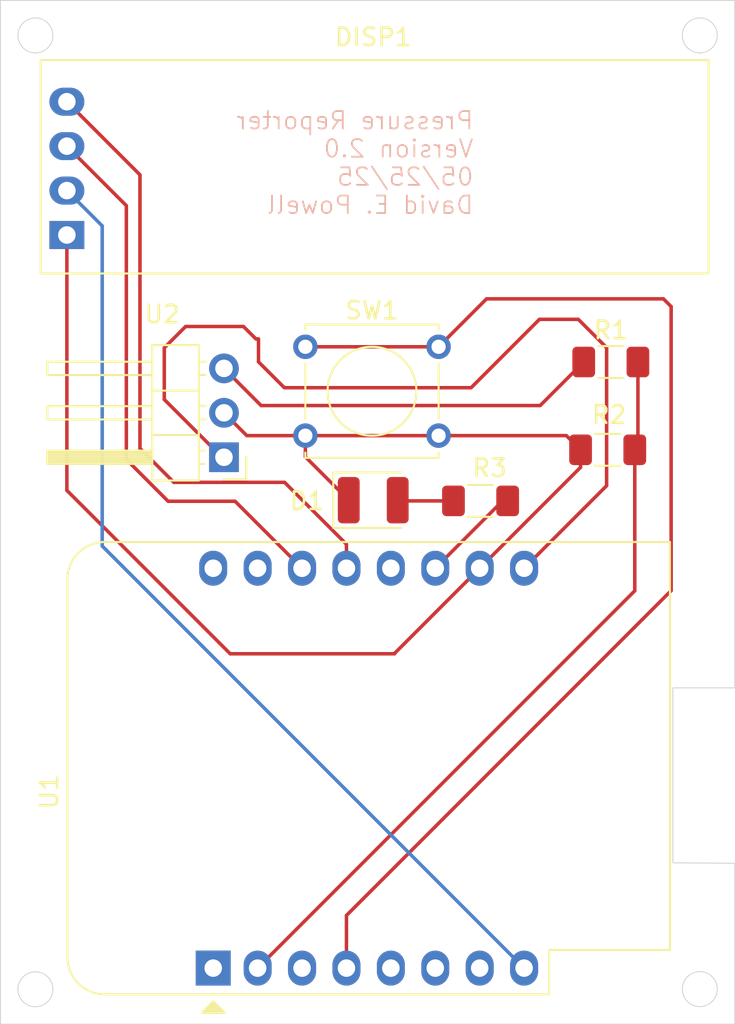
<source format=kicad_pcb>
(kicad_pcb (version 20240108) (generator "pcbnew") (generator_version "8.0")
  (layers (0 "F.Cu" signal) (31 "B.Cu" signal) (34 "B.Paste" user) (35 "F.Paste" user) (36 "B.SilkS" user "B.Silkscreen") (37 "F.SilkS" user "F.Silkscreen") (38 "B.Mask" user) (39 "F.Mask" user) (44 "Edge.Cuts" user))
  (net 0 "")
  (net 1 "Net-(DISP1-SCL)")
  (net 2 "Net-(DISP1-SDA)")
  (net 3 "Earth")
  (net 4 "Net-(DISP1-Vcc)")
  (net 5 "Net-(U2-Vout)")
  (net 6 "Net-(U1-A0)")
  (net 7 "Net-(U1-SCK{slash}D5)")
  (net 8 "Net-(U1-5V)")
  (net 17 "Net-(D1-A)")
  (net 18 "Net-(U1-D4)")
  (footprint "Button_Switch_THT:SW_Tactile_Straight_KSL0Axx1LFTR" (layer "F.Cu") (at 163.25 77.03)
    (property "Reference" "SW1" (at 3.81 -2.08 0) (layer "F.SilkS"))
    (property "Value" "Show" (hide yes))
    (fp_line (start 0 -1.27) (end 0 -0.97) (stroke (width 0.12)) (layer "F.SilkS"))
    (fp_line (start 0 -1.27) (end 7.62 -1.27) (stroke (width 0.12)) (layer "F.SilkS"))
    (fp_line (start 0 0.97) (end 0 4.11) (stroke (width 0.12)) (layer "F.SilkS"))
    (fp_line (start 0 6.05) (end 0 6.35) (stroke (width 0.12)) (layer "F.SilkS"))
    (fp_line (start 7.62 -1.27) (end 7.62 -0.97) (stroke (width 0.12)) (layer "F.SilkS"))
    (fp_line (start 7.62 0.97) (end 7.62 4.11) (stroke (width 0.12)) (layer "F.SilkS"))
    (fp_line (start 7.62 6.05) (end 7.62 6.35) (stroke (width 0.12)) (layer "F.SilkS"))
    (fp_line (start 7.62 6.35) (end 0 6.35) (stroke (width 0.12)) (layer "F.SilkS"))
    (fp_circle (center 3.81 2.54) (end 3.81 0) (stroke (width 0.12)) (fill none) (layer "F.SilkS"))
    (pad "1" thru_hole circle (at 0 0) (size 1.397 1.397) (drill 0.8128) (layers "*.Cu" "*.Mask" "In1.Cu" "In2.Cu" "In3.Cu" "In4.Cu" "In5.Cu" "In6.Cu" "In7.Cu" "In8.Cu" "In9.Cu" "In10.Cu" "In11.Cu" "In12.Cu" "In13.Cu" "In14.Cu" "In15.Cu" "In16.Cu" "In17.Cu" "In18.Cu" "In19.Cu" "In20.Cu" "In21.Cu" "In22.Cu" "In23.Cu" "In24.Cu" "In25.Cu" "In26.Cu" "In27.Cu" "In28.Cu" "In29.Cu" "In30.Cu") (net 7 "Net-(U1-SCK{slash}D5)"))
    (pad "1" thru_hole circle (at 7.62 0) (size 1.397 1.397) (drill 0.8128) (layers "*.Cu" "*.Mask" "In1.Cu" "In2.Cu" "In3.Cu" "In4.Cu" "In5.Cu" "In6.Cu" "In7.Cu" "In8.Cu" "In9.Cu" "In10.Cu" "In11.Cu" "In12.Cu" "In13.Cu" "In14.Cu" "In15.Cu" "In16.Cu" "In17.Cu" "In18.Cu" "In19.Cu" "In20.Cu" "In21.Cu" "In22.Cu" "In23.Cu" "In24.Cu" "In25.Cu" "In26.Cu" "In27.Cu" "In28.Cu" "In29.Cu" "In30.Cu") (net 7 "Net-(U1-SCK{slash}D5)"))
    (pad "2" thru_hole circle (at 0 5.08) (size 1.397 1.397) (drill 0.8128) (layers "*.Cu" "*.Mask" "In1.Cu" "In2.Cu" "In3.Cu" "In4.Cu" "In5.Cu" "In6.Cu" "In7.Cu" "In8.Cu" "In9.Cu" "In10.Cu" "In11.Cu" "In12.Cu" "In13.Cu" "In14.Cu" "In15.Cu" "In16.Cu" "In17.Cu" "In18.Cu" "In19.Cu" "In20.Cu" "In21.Cu" "In22.Cu" "In23.Cu" "In24.Cu" "In25.Cu" "In26.Cu" "In27.Cu" "In28.Cu" "In29.Cu" "In30.Cu") (net 3 "Earth"))
    (pad "2" thru_hole circle (at 7.62 5.08) (size 1.397 1.397) (drill 0.8128) (layers "*.Cu" "*.Mask" "In1.Cu" "In2.Cu" "In3.Cu" "In4.Cu" "In5.Cu" "In6.Cu" "In7.Cu" "In8.Cu" "In9.Cu" "In10.Cu" "In11.Cu" "In12.Cu" "In13.Cu" "In14.Cu" "In15.Cu" "In16.Cu" "In17.Cu" "In18.Cu" "In19.Cu" "In20.Cu" "In21.Cu" "In22.Cu" "In23.Cu" "In24.Cu" "In25.Cu" "In26.Cu" "In27.Cu" "In28.Cu" "In29.Cu" "In30.Cu") (net 3 "Earth"))
  )
  (footprint "Resistor_SMD:R_1206_3216Metric_Pad1.30x1.75mm_HandSolder" (layer "F.Cu") (at 173.27 85.84 180)
    (property "Reference" "R3" (at -0.52 1.88 0) (layer "F.SilkS"))
    (property "Value" "62" (hide yes))
    (fp_line (start -0.727064 0.91) (end 0.727064 0.91) (stroke (width 0.12)) (layer "F.SilkS"))
    (fp_line (start -0.727064 -0.91) (end 0.727064 -0.91) (stroke (width 0.12)) (layer "F.SilkS"))
    (pad "1" smd roundrect (at -1.55 0 180) (size 1.3 1.75) (layers "F.Cu" "F.Paste" "F.Mask") (roundrect_rratio 0.192308) (net 18 "Net-(U1-D4)"))
    (pad "2" smd roundrect (at 1.55 0 180) (size 1.3 1.75) (layers "F.Cu" "F.Paste" "F.Mask") (roundrect_rratio 0.192308) (net 17 "Net-(D1-A)"))
  )
  (footprint "LED_SMD:LED_1210_3225Metric" (layer "F.Cu") (at 167.13 85.8)
    (property "Reference" "D1" (at -3.79 0.04 0) (layer "F.SilkS"))
    (property "Value" "Green" (hide yes))
    (fp_line (start -2.285 -1.585) (end -2.285 1.585) (stroke (width 0.12)) (layer "F.SilkS"))
    (fp_line (start -2.285 1.585) (end 1.6 1.585) (stroke (width 0.12)) (layer "F.SilkS"))
    (fp_line (start 1.6 -1.585) (end -2.285 -1.585) (stroke (width 0.12)) (layer "F.SilkS"))
    (pad "1" smd roundrect (at -1.4 0) (size 1.25 2.65) (layers "F.Cu" "F.Paste" "F.Mask") (roundrect_rratio 0.2) (net 3 "Earth"))
    (pad "2" smd roundrect (at 1.4 0) (size 1.25 2.65) (layers "F.Cu" "F.Paste" "F.Mask") (roundrect_rratio 0.2) (net 17 "Net-(D1-A)"))
  )
  (footprint "Davids_Footprints:OLED_0.91_128x32" (layer "F.Cu") (at 149.5832 70.6302)
    (property "Reference" "DISP1" (at 17.5514 -11.303 0) (layer "F.SilkS"))
    (property "Value" "128x32_OLED_Display" (hide yes))
    (fp_rect (start -1.4732 2.2098) (end 36.7268 -9.9902) (stroke (width 0.12)) (fill none) (layer "F.SilkS"))
    (pad "1" thru_hole rect (at 0.0268 0.0098) (size 2 1.6) (drill 1) (layers "*.Cu" "*.Mask" "In1.Cu" "In2.Cu" "In3.Cu" "In4.Cu" "In5.Cu" "In6.Cu" "In7.Cu" "In8.Cu" "In9.Cu" "In10.Cu" "In11.Cu" "In12.Cu" "In13.Cu" "In14.Cu" "In15.Cu" "In16.Cu" "In17.Cu" "In18.Cu" "In19.Cu" "In20.Cu" "In21.Cu" "In22.Cu" "In23.Cu" "In24.Cu" "In25.Cu" "In26.Cu" "In27.Cu" "In28.Cu" "In29.Cu" "In30.Cu") (net 3 "Earth"))
    (pad "2" thru_hole oval (at 0.0268 -2.5302) (size 2 1.6) (drill 1) (layers "*.Cu" "*.Mask" "In1.Cu" "In2.Cu" "In3.Cu" "In4.Cu" "In5.Cu" "In6.Cu" "In7.Cu" "In8.Cu" "In9.Cu" "In10.Cu" "In11.Cu" "In12.Cu" "In13.Cu" "In14.Cu" "In15.Cu" "In16.Cu" "In17.Cu" "In18.Cu" "In19.Cu" "In20.Cu" "In21.Cu" "In22.Cu" "In23.Cu" "In24.Cu" "In25.Cu" "In26.Cu" "In27.Cu" "In28.Cu" "In29.Cu" "In30.Cu") (net 4 "Net-(DISP1-Vcc)"))
    (pad "3" thru_hole oval (at 0.0268 -5.0702) (size 2 1.6) (drill 1) (layers "*.Cu" "*.Mask" "In1.Cu" "In2.Cu" "In3.Cu" "In4.Cu" "In5.Cu" "In6.Cu" "In7.Cu" "In8.Cu" "In9.Cu" "In10.Cu" "In11.Cu" "In12.Cu" "In13.Cu" "In14.Cu" "In15.Cu" "In16.Cu" "In17.Cu" "In18.Cu" "In19.Cu" "In20.Cu" "In21.Cu" "In22.Cu" "In23.Cu" "In24.Cu" "In25.Cu" "In26.Cu" "In27.Cu" "In28.Cu" "In29.Cu" "In30.Cu") (net 1 "Net-(DISP1-SCL)"))
    (pad "4" thru_hole oval (at 0.0268 -7.6102) (size 2 1.6) (drill 1) (layers "*.Cu" "*.Mask" "In1.Cu" "In2.Cu" "In3.Cu" "In4.Cu" "In5.Cu" "In6.Cu" "In7.Cu" "In8.Cu" "In9.Cu" "In10.Cu" "In11.Cu" "In12.Cu" "In13.Cu" "In14.Cu" "In15.Cu" "In16.Cu" "In17.Cu" "In18.Cu" "In19.Cu" "In20.Cu" "In21.Cu" "In22.Cu" "In23.Cu" "In24.Cu" "In25.Cu" "In26.Cu" "In27.Cu" "In28.Cu" "In29.Cu" "In30.Cu") (net 2 "Net-(DISP1-SDA)"))
  )
  (footprint "Resistor_SMD:R_1206_3216Metric_Pad1.30x1.75mm_HandSolder" (layer "F.Cu") (at 180.72 77.9)
    (property "Reference" "R1" (at 0 -1.82 0) (layer "F.SilkS"))
    (property "Value" "5.1K" (hide yes))
    (fp_line (start -0.727064 -0.91) (end 0.727064 -0.91) (stroke (width 0.12)) (layer "F.SilkS"))
    (fp_line (start -0.727064 0.91) (end 0.727064 0.91) (stroke (width 0.12)) (layer "F.SilkS"))
    (pad "1" smd roundrect (at -1.55 0) (size 1.3 1.75) (layers "F.Cu" "F.Paste" "F.Mask") (roundrect_rratio 0.192308) (net 5 "Net-(U2-Vout)"))
    (pad "2" smd roundrect (at 1.55 0) (size 1.3 1.75) (layers "F.Cu" "F.Paste" "F.Mask") (roundrect_rratio 0.192308) (net 6 "Net-(U1-A0)"))
  )
  (footprint "Resistor_SMD:R_1206_3216Metric_Pad1.30x1.75mm_HandSolder" (layer "F.Cu") (at 180.54 82.92 180)
    (property "Reference" "R2" (at -0.08 2 0) (layer "F.SilkS"))
    (property "Value" "10K" (hide yes))
    (fp_line (start -0.727064 0.91) (end 0.727064 0.91) (stroke (width 0.12)) (layer "F.SilkS"))
    (fp_line (start -0.727064 -0.91) (end 0.727064 -0.91) (stroke (width 0.12)) (layer "F.SilkS"))
    (pad "1" smd roundrect (at -1.55 0 180) (size 1.3 1.75) (layers "F.Cu" "F.Paste" "F.Mask") (roundrect_rratio 0.192308) (net 6 "Net-(U1-A0)"))
    (pad "2" smd roundrect (at 1.55 0 180) (size 1.3 1.75) (layers "F.Cu" "F.Paste" "F.Mask") (roundrect_rratio 0.192308) (net 3 "Earth"))
  )
  (footprint "Connector_PinHeader_2.54mm:PinHeader_1x03_P2.54mm_Horizontal" (layer "F.Cu") (at 158.595 83.345 180)
    (property "Reference" "U2" (at 3.535 8.175 180) (layer "F.SilkS"))
    (property "Value" "Pressure Sensor")
    (fp_line (start 10.1 5.46) (end 4.1 5.46) (stroke (width 0.12)) (layer "F.SilkS"))
    (fp_line (start 10.1 4.7) (end 10.1 5.46) (stroke (width 0.12)) (layer "F.SilkS"))
    (fp_line (start 10.1 2.92) (end 4.1 2.92) (stroke (width 0.12)) (layer "F.SilkS"))
    (fp_line (start 10.1 2.16) (end 10.1 2.92) (stroke (width 0.12)) (layer "F.SilkS"))
    (fp_line (start 10.1 0.38) (end 4.1 0.38) (stroke (width 0.12)) (layer "F.SilkS"))
    (fp_line (start 10.1 -0.38) (end 10.1 0.38) (stroke (width 0.12)) (layer "F.SilkS"))
    (fp_line (start 4.1 6.41) (end 4.1 -1.33) (stroke (width 0.12)) (layer "F.SilkS"))
    (fp_line (start 4.1 4.7) (end 10.1 4.7) (stroke (width 0.12)) (layer "F.SilkS"))
    (fp_line (start 4.1 2.16) (end 10.1 2.16) (stroke (width 0.12)) (layer "F.SilkS"))
    (fp_line (start 4.1 0.28) (end 10.1 0.28) (stroke (width 0.12)) (layer "F.SilkS"))
    (fp_line (start 4.1 0.16) (end 10.1 0.16) (stroke (width 0.12)) (layer "F.SilkS"))
    (fp_line (start 4.1 0.04) (end 10.1 0.04) (stroke (width 0.12)) (layer "F.SilkS"))
    (fp_line (start 4.1 -0.08) (end 10.1 -0.08) (stroke (width 0.12)) (layer "F.SilkS"))
    (fp_line (start 4.1 -0.2) (end 10.1 -0.2) (stroke (width 0.12)) (layer "F.SilkS"))
    (fp_line (start 4.1 -0.32) (end 10.1 -0.32) (stroke (width 0.12)) (layer "F.SilkS"))
    (fp_line (start 4.1 -0.38) (end 10.1 -0.38) (stroke (width 0.12)) (layer "F.SilkS"))
    (fp_line (start 4.1 -1.33) (end 1.44 -1.33) (stroke (width 0.12)) (layer "F.SilkS"))
    (fp_line (start 1.44 6.41) (end 4.1 6.41) (stroke (width 0.12)) (layer "F.SilkS"))
    (fp_line (start 1.44 3.81) (end 4.1 3.81) (stroke (width 0.12)) (layer "F.SilkS"))
    (fp_line (start 1.44 1.27) (end 4.1 1.27) (stroke (width 0.12)) (layer "F.SilkS"))
    (fp_line (start 1.44 -1.33) (end 1.44 6.41) (stroke (width 0.12)) (layer "F.SilkS"))
    (fp_line (start 1.11 0.38) (end 1.44 0.38) (stroke (width 0.12)) (layer "F.SilkS"))
    (fp_line (start 1.11 -0.38) (end 1.44 -0.38) (stroke (width 0.12)) (layer "F.SilkS"))
    (fp_line (start 1.042929 5.46) (end 1.44 5.46) (stroke (width 0.12)) (layer "F.SilkS"))
    (fp_line (start 1.042929 4.7) (end 1.44 4.7) (stroke (width 0.12)) (layer "F.SilkS"))
    (fp_line (start 1.042929 2.92) (end 1.44 2.92) (stroke (width 0.12)) (layer "F.SilkS"))
    (fp_line (start 1.042929 2.16) (end 1.44 2.16) (stroke (width 0.12)) (layer "F.SilkS"))
    (fp_line (start -1.27 0) (end -1.27 -1.27) (stroke (width 0.12)) (layer "F.SilkS"))
    (fp_line (start -1.27 -1.27) (end 0 -1.27) (stroke (width 0.12)) (layer "F.SilkS"))
    (pad "1" thru_hole rect (at 0 0 180) (size 1.7 1.7) (drill 1) (layers "*.Cu" "*.Mask" "In1.Cu" "In2.Cu" "In3.Cu" "In4.Cu" "In5.Cu" "In6.Cu" "In7.Cu" "In8.Cu" "In9.Cu" "In10.Cu" "In11.Cu" "In12.Cu" "In13.Cu" "In14.Cu" "In15.Cu" "In16.Cu" "In17.Cu" "In18.Cu" "In19.Cu" "In20.Cu" "In21.Cu" "In22.Cu" "In23.Cu" "In24.Cu" "In25.Cu" "In26.Cu" "In27.Cu" "In28.Cu" "In29.Cu" "In30.Cu") (net 8 "Net-(U1-5V)"))
    (pad "2" thru_hole oval (at 0 2.54 180) (size 1.7 1.7) (drill 1) (layers "*.Cu" "*.Mask" "In1.Cu" "In2.Cu" "In3.Cu" "In4.Cu" "In5.Cu" "In6.Cu" "In7.Cu" "In8.Cu" "In9.Cu" "In10.Cu" "In11.Cu" "In12.Cu" "In13.Cu" "In14.Cu" "In15.Cu" "In16.Cu" "In17.Cu" "In18.Cu" "In19.Cu" "In20.Cu" "In21.Cu" "In22.Cu" "In23.Cu" "In24.Cu" "In25.Cu" "In26.Cu" "In27.Cu" "In28.Cu" "In29.Cu" "In30.Cu") (net 3 "Earth"))
    (pad "3" thru_hole oval (at 0 5.08 180) (size 1.7 1.7) (drill 1) (layers "*.Cu" "*.Mask" "In1.Cu" "In2.Cu" "In3.Cu" "In4.Cu" "In5.Cu" "In6.Cu" "In7.Cu" "In8.Cu" "In9.Cu" "In10.Cu" "In11.Cu" "In12.Cu" "In13.Cu" "In14.Cu" "In15.Cu" "In16.Cu" "In17.Cu" "In18.Cu" "In19.Cu" "In20.Cu" "In21.Cu" "In22.Cu" "In23.Cu" "In24.Cu" "In25.Cu" "In26.Cu" "In27.Cu" "In28.Cu" "In29.Cu" "In30.Cu") (net 5 "Net-(U2-Vout)"))
  )
  (footprint "Module:WEMOS_D1_mini_light" (layer "F.Cu") (at 157.98 112.55 90)
    (property "Reference" "U1" (at 10.08 -9.38 90) (layer "F.SilkS"))
    (property "Value" "WeMos_D1_mini")
    (fp_line (start 22.24 -8.34) (end 0.63 -8.34) (stroke (width 0.12)) (layer "F.SilkS"))
    (fp_line (start 1.04 19.22) (end 1.04 26.12) (stroke (width 0.12)) (layer "F.SilkS"))
    (fp_line (start -1.5 19.22) (end -1.5 -6.21) (stroke (width 0.12)) (layer "F.SilkS"))
    (fp_line (start -1.5 19.22) (end 1.04 19.22) (stroke (width 0.12)) (layer "F.SilkS"))
    (fp_line (start 24.36 26.12) (end 24.36 -6.21) (stroke (width 0.12)) (layer "F.SilkS"))
    (fp_line (start 1.04 26.12) (end 24.36 26.12) (stroke (width 0.12)) (layer "F.SilkS"))
    (fp_arc (start 22.23 -8.34) (mid 23.736137 -7.716137) (end 24.36 -6.21) (stroke (width 0.12)) (layer "F.SilkS"))
    (fp_arc (start -1.5 -6.21) (mid -0.876137 -7.716137) (end 0.63 -8.34) (stroke (width 0.12)) (layer "F.SilkS"))
    (fp_poly (pts (xy -2.54 -0.635) (xy -2.54 0.635) (xy -1.905 0)) (stroke (width 0.15)) (fill solid) (layer "F.SilkS"))
    (pad "1" thru_hole rect (at 0 0 90) (size 2 2) (drill 1) (layers "*.Cu" "*.Mask" "In1.Cu" "In2.Cu" "In3.Cu" "In4.Cu" "In5.Cu" "In6.Cu" "In7.Cu" "In8.Cu" "In9.Cu" "In10.Cu" "In11.Cu" "In12.Cu" "In13.Cu" "In14.Cu" "In15.Cu" "In16.Cu" "In17.Cu" "In18.Cu" "In19.Cu" "In20.Cu" "In21.Cu" "In22.Cu" "In23.Cu" "In24.Cu" "In25.Cu" "In26.Cu" "In27.Cu" "In28.Cu" "In29.Cu" "In30.Cu"))
    (pad "2" thru_hole oval (at 0 2.54 90) (size 2 1.6) (drill 1) (layers "*.Cu" "*.Mask" "In1.Cu" "In2.Cu" "In3.Cu" "In4.Cu" "In5.Cu" "In6.Cu" "In7.Cu" "In8.Cu" "In9.Cu" "In10.Cu" "In11.Cu" "In12.Cu" "In13.Cu" "In14.Cu" "In15.Cu" "In16.Cu" "In17.Cu" "In18.Cu" "In19.Cu" "In20.Cu" "In21.Cu" "In22.Cu" "In23.Cu" "In24.Cu" "In25.Cu" "In26.Cu" "In27.Cu" "In28.Cu" "In29.Cu" "In30.Cu") (net 6 "Net-(U1-A0)"))
    (pad "3" thru_hole oval (at 0 5.08 90) (size 2 1.6) (drill 1) (layers "*.Cu" "*.Mask" "In1.Cu" "In2.Cu" "In3.Cu" "In4.Cu" "In5.Cu" "In6.Cu" "In7.Cu" "In8.Cu" "In9.Cu" "In10.Cu" "In11.Cu" "In12.Cu" "In13.Cu" "In14.Cu" "In15.Cu" "In16.Cu" "In17.Cu" "In18.Cu" "In19.Cu" "In20.Cu" "In21.Cu" "In22.Cu" "In23.Cu" "In24.Cu" "In25.Cu" "In26.Cu" "In27.Cu" "In28.Cu" "In29.Cu" "In30.Cu"))
    (pad "4" thru_hole oval (at 0 7.62 90) (size 2 1.6) (drill 1) (layers "*.Cu" "*.Mask" "In1.Cu" "In2.Cu" "In3.Cu" "In4.Cu" "In5.Cu" "In6.Cu" "In7.Cu" "In8.Cu" "In9.Cu" "In10.Cu" "In11.Cu" "In12.Cu" "In13.Cu" "In14.Cu" "In15.Cu" "In16.Cu" "In17.Cu" "In18.Cu" "In19.Cu" "In20.Cu" "In21.Cu" "In22.Cu" "In23.Cu" "In24.Cu" "In25.Cu" "In26.Cu" "In27.Cu" "In28.Cu" "In29.Cu" "In30.Cu") (net 7 "Net-(U1-SCK{slash}D5)"))
    (pad "5" thru_hole oval (at 0 10.16 90) (size 2 1.6) (drill 1) (layers "*.Cu" "*.Mask" "In1.Cu" "In2.Cu" "In3.Cu" "In4.Cu" "In5.Cu" "In6.Cu" "In7.Cu" "In8.Cu" "In9.Cu" "In10.Cu" "In11.Cu" "In12.Cu" "In13.Cu" "In14.Cu" "In15.Cu" "In16.Cu" "In17.Cu" "In18.Cu" "In19.Cu" "In20.Cu" "In21.Cu" "In22.Cu" "In23.Cu" "In24.Cu" "In25.Cu" "In26.Cu" "In27.Cu" "In28.Cu" "In29.Cu" "In30.Cu"))
    (pad "6" thru_hole oval (at 0 12.7 90) (size 2 1.6) (drill 1) (layers "*.Cu" "*.Mask" "In1.Cu" "In2.Cu" "In3.Cu" "In4.Cu" "In5.Cu" "In6.Cu" "In7.Cu" "In8.Cu" "In9.Cu" "In10.Cu" "In11.Cu" "In12.Cu" "In13.Cu" "In14.Cu" "In15.Cu" "In16.Cu" "In17.Cu" "In18.Cu" "In19.Cu" "In20.Cu" "In21.Cu" "In22.Cu" "In23.Cu" "In24.Cu" "In25.Cu" "In26.Cu" "In27.Cu" "In28.Cu" "In29.Cu" "In30.Cu"))
    (pad "7" thru_hole oval (at 0 15.24 90) (size 2 1.6) (drill 1) (layers "*.Cu" "*.Mask" "In1.Cu" "In2.Cu" "In3.Cu" "In4.Cu" "In5.Cu" "In6.Cu" "In7.Cu" "In8.Cu" "In9.Cu" "In10.Cu" "In11.Cu" "In12.Cu" "In13.Cu" "In14.Cu" "In15.Cu" "In16.Cu" "In17.Cu" "In18.Cu" "In19.Cu" "In20.Cu" "In21.Cu" "In22.Cu" "In23.Cu" "In24.Cu" "In25.Cu" "In26.Cu" "In27.Cu" "In28.Cu" "In29.Cu" "In30.Cu"))
    (pad "8" thru_hole oval (at 0 17.78 90) (size 2 1.6) (drill 1) (layers "*.Cu" "*.Mask" "In1.Cu" "In2.Cu" "In3.Cu" "In4.Cu" "In5.Cu" "In6.Cu" "In7.Cu" "In8.Cu" "In9.Cu" "In10.Cu" "In11.Cu" "In12.Cu" "In13.Cu" "In14.Cu" "In15.Cu" "In16.Cu" "In17.Cu" "In18.Cu" "In19.Cu" "In20.Cu" "In21.Cu" "In22.Cu" "In23.Cu" "In24.Cu" "In25.Cu" "In26.Cu" "In27.Cu" "In28.Cu" "In29.Cu" "In30.Cu") (net 4 "Net-(DISP1-Vcc)"))
    (pad "9" thru_hole oval (at 22.86 17.78 90) (size 2 1.6) (drill 1) (layers "*.Cu" "*.Mask" "In1.Cu" "In2.Cu" "In3.Cu" "In4.Cu" "In5.Cu" "In6.Cu" "In7.Cu" "In8.Cu" "In9.Cu" "In10.Cu" "In11.Cu" "In12.Cu" "In13.Cu" "In14.Cu" "In15.Cu" "In16.Cu" "In17.Cu" "In18.Cu" "In19.Cu" "In20.Cu" "In21.Cu" "In22.Cu" "In23.Cu" "In24.Cu" "In25.Cu" "In26.Cu" "In27.Cu" "In28.Cu" "In29.Cu" "In30.Cu") (net 8 "Net-(U1-5V)"))
    (pad "10" thru_hole oval (at 22.86 15.24 90) (size 2 1.6) (drill 1) (layers "*.Cu" "*.Mask" "In1.Cu" "In2.Cu" "In3.Cu" "In4.Cu" "In5.Cu" "In6.Cu" "In7.Cu" "In8.Cu" "In9.Cu" "In10.Cu" "In11.Cu" "In12.Cu" "In13.Cu" "In14.Cu" "In15.Cu" "In16.Cu" "In17.Cu" "In18.Cu" "In19.Cu" "In20.Cu" "In21.Cu" "In22.Cu" "In23.Cu" "In24.Cu" "In25.Cu" "In26.Cu" "In27.Cu" "In28.Cu" "In29.Cu" "In30.Cu") (net 3 "Earth"))
    (pad "11" thru_hole oval (at 22.86 12.7 90) (size 2 1.6) (drill 1) (layers "*.Cu" "*.Mask" "In1.Cu" "In2.Cu" "In3.Cu" "In4.Cu" "In5.Cu" "In6.Cu" "In7.Cu" "In8.Cu" "In9.Cu" "In10.Cu" "In11.Cu" "In12.Cu" "In13.Cu" "In14.Cu" "In15.Cu" "In16.Cu" "In17.Cu" "In18.Cu" "In19.Cu" "In20.Cu" "In21.Cu" "In22.Cu" "In23.Cu" "In24.Cu" "In25.Cu" "In26.Cu" "In27.Cu" "In28.Cu" "In29.Cu" "In30.Cu") (net 18 "Net-(U1-D4)"))
    (pad "12" thru_hole oval (at 22.86 10.16 90) (size 2 1.6) (drill 1) (layers "*.Cu" "*.Mask" "In1.Cu" "In2.Cu" "In3.Cu" "In4.Cu" "In5.Cu" "In6.Cu" "In7.Cu" "In8.Cu" "In9.Cu" "In10.Cu" "In11.Cu" "In12.Cu" "In13.Cu" "In14.Cu" "In15.Cu" "In16.Cu" "In17.Cu" "In18.Cu" "In19.Cu" "In20.Cu" "In21.Cu" "In22.Cu" "In23.Cu" "In24.Cu" "In25.Cu" "In26.Cu" "In27.Cu" "In28.Cu" "In29.Cu" "In30.Cu"))
    (pad "13" thru_hole oval (at 22.86 7.62 90) (size 2 1.6) (drill 1) (layers "*.Cu" "*.Mask" "In1.Cu" "In2.Cu" "In3.Cu" "In4.Cu" "In5.Cu" "In6.Cu" "In7.Cu" "In8.Cu" "In9.Cu" "In10.Cu" "In11.Cu" "In12.Cu" "In13.Cu" "In14.Cu" "In15.Cu" "In16.Cu" "In17.Cu" "In18.Cu" "In19.Cu" "In20.Cu" "In21.Cu" "In22.Cu" "In23.Cu" "In24.Cu" "In25.Cu" "In26.Cu" "In27.Cu" "In28.Cu" "In29.Cu" "In30.Cu") (net 2 "Net-(DISP1-SDA)"))
    (pad "14" thru_hole oval (at 22.86 5.08 90) (size 2 1.6) (drill 1) (layers "*.Cu" "*.Mask" "In1.Cu" "In2.Cu" "In3.Cu" "In4.Cu" "In5.Cu" "In6.Cu" "In7.Cu" "In8.Cu" "In9.Cu" "In10.Cu" "In11.Cu" "In12.Cu" "In13.Cu" "In14.Cu" "In15.Cu" "In16.Cu" "In17.Cu" "In18.Cu" "In19.Cu" "In20.Cu" "In21.Cu" "In22.Cu" "In23.Cu" "In24.Cu" "In25.Cu" "In26.Cu" "In27.Cu" "In28.Cu" "In29.Cu" "In30.Cu") (net 1 "Net-(DISP1-SCL)"))
    (pad "15" thru_hole oval (at 22.86 2.54 90) (size 2 1.6) (drill 1) (layers "*.Cu" "*.Mask" "In1.Cu" "In2.Cu" "In3.Cu" "In4.Cu" "In5.Cu" "In6.Cu" "In7.Cu" "In8.Cu" "In9.Cu" "In10.Cu" "In11.Cu" "In12.Cu" "In13.Cu" "In14.Cu" "In15.Cu" "In16.Cu" "In17.Cu" "In18.Cu" "In19.Cu" "In20.Cu" "In21.Cu" "In22.Cu" "In23.Cu" "In24.Cu" "In25.Cu" "In26.Cu" "In27.Cu" "In28.Cu" "In29.Cu" "In30.Cu"))
    (pad "16" thru_hole oval (at 22.86 0 90) (size 2 1.6) (drill 1) (layers "*.Cu" "*.Mask" "In1.Cu" "In2.Cu" "In3.Cu" "In4.Cu" "In5.Cu" "In6.Cu" "In7.Cu" "In8.Cu" "In9.Cu" "In10.Cu" "In11.Cu" "In12.Cu" "In13.Cu" "In14.Cu" "In15.Cu" "In16.Cu" "In17.Cu" "In18.Cu" "In19.Cu" "In20.Cu" "In21.Cu" "In22.Cu" "In23.Cu" "In24.Cu" "In25.Cu" "In26.Cu" "In27.Cu" "In28.Cu" "In29.Cu" "In30.Cu"))
  )
  (gr_line (start 184.27 106.53) (end 187.81 106.555) (stroke (width 0.05)) (layer "Edge.Cuts"))
  (gr_line (start 187.81 96.53) (end 184.27 96.53) (stroke (width 0.05)) (layer "Edge.Cuts"))
  (gr_line (start 187.81 106.555) (end 187.81 115.75) (stroke (width 0.05)) (layer "Edge.Cuts"))
  (gr_circle (center 185.81 59.23) (end 186.81 59.23) (stroke (width 0.05)) (fill none) (layer "Edge.Cuts"))
  (gr_line (start 187.81 115.75) (end 145.81 115.75) (stroke (width 0.05)) (layer "Edge.Cuts"))
  (gr_circle (center 147.81 59.23) (end 148.81 59.23) (stroke (width 0.05)) (fill none) (layer "Edge.Cuts"))
  (gr_line (start 187.81 57.23) (end 187.81 96.53) (stroke (width 0.05)) (layer "Edge.Cuts"))
  (gr_line (start 145.81 115.75) (end 145.81 57.23) (stroke (width 0.05)) (layer "Edge.Cuts"))
  (gr_line (start 145.81 57.23) (end 187.81 57.23) (stroke (width 0.05)) (layer "Edge.Cuts"))
  (gr_circle (center 147.81 113.76) (end 148.81 113.76) (stroke (width 0.05)) (fill none) (layer "Edge.Cuts"))
  (gr_line (start 184.27 96.53) (end 184.27 106.53) (stroke (width 0.05)) (layer "Edge.Cuts"))
  (gr_circle (center 185.81 113.75) (end 186.81 113.75) (stroke (width 0.05)) (fill none) (layer "Edge.Cuts"))
  (gr_text "Pressure Reporter\nVersion 2.0\n05/25/25\nDavid E. Powell" (at 172.93 69.51 0) (layer "B.SilkS") (effects (font (size 1 1) (thickness 0.1)) (justify left bottom mirror)))
  (segment (start 159.23 85.86) (end 155.4 85.86) (width 0.2) (layer "F.Cu") (net 1))
  (segment (start 153.01 83.47) (end 153.01 68.96) (width 0.2) (layer "F.Cu") (net 1))
  (segment (start 163.06 89.69) (end 159.23 85.86) (width 0.2) (layer "F.Cu") (net 1))
  (segment (start 153.01 68.96) (end 149.61 65.56) (width 0.2) (layer "F.Cu") (net 1))
  (segment (start 155.4 85.86) (end 153.01 83.47) (width 0.2) (layer "F.Cu") (net 1))
  (segment (start 155.73 84.78) (end 153.79 82.84) (width 0.2) (layer "F.Cu") (net 2))
  (segment (start 165.6 89.69) (end 165.6 88.32) (width 0.2) (layer "F.Cu") (net 2))
  (segment (start 165.6 88.32) (end 162.06 84.78) (width 0.2) (layer "F.Cu") (net 2))
  (segment (start 153.79 82.84) (end 153.79 67.2) (width 0.2) (layer "F.Cu") (net 2))
  (segment (start 162.06 84.78) (end 155.73 84.78) (width 0.2) (layer "F.Cu") (net 2))
  (segment (start 153.79 67.2) (end 149.61 63.02) (width 0.2) (layer "F.Cu") (net 2))
  (segment (start 163.92 82.11) (end 170.87 82.11) (width 0.2) (layer "F.Cu") (net 3))
  (segment (start 159.9 82.11) (end 158.595 80.805) (width 0.2) (layer "F.Cu") (net 3))
  (segment (start 163.25 82.11) (end 159.9 82.11) (width 0.2) (layer "F.Cu") (net 3))
  (segment (start 178.18 82.11) (end 178.99 82.92) (width 0.2) (layer "F.Cu") (net 3))
  (segment (start 173.22 89.69) (end 178.99 83.92) (width 0.2) (layer "F.Cu") (net 3))
  (segment (start 170.87 82.11) (end 178.18 82.11) (width 0.2) (layer "F.Cu") (net 3))
  (segment (start 178.99 82.92) (end 178.97 82.9) (width 0.2) (layer "F.Cu") (net 3))
  (segment (start 149.61 70.64) (end 149.61 85.24) (width 0.2) (layer "F.Cu") (net 3))
  (segment (start 149.61 85.24) (end 158.95 94.58) (width 0.2) (layer "F.Cu") (net 3))
  (segment (start 163.25 83.32) (end 165.73 85.8) (width 0.2) (layer "F.Cu") (net 3))
  (segment (start 178.97 82.9) (end 178.97 82.79) (width 0.2) (layer "F.Cu") (net 3))
  (segment (start 168.35 94.58) (end 168.35 94.56) (width 0.2) (layer "F.Cu") (net 3))
  (segment (start 168.35 94.56) (end 173.22 89.69) (width 0.2) (layer "F.Cu") (net 3))
  (segment (start 158.95 94.58) (end 168.35 94.58) (width 0.2) (layer "F.Cu") (net 3))
  (segment (start 163.25 82.11) (end 163.25 83.32) (width 0.2) (layer "F.Cu") (net 3))
  (segment (start 178.99 83.92) (end 178.99 82.92) (width 0.2) (layer "F.Cu") (net 3))
  (segment (start 151.63 88.42) (end 151.63 70.12) (width 0.2) (layer "B.Cu") (net 4))
  (segment (start 151.63 70.12) (end 149.61 68.1) (width 0.2) (layer "B.Cu") (net 4))
  (segment (start 175.76 112.55) (end 151.63 88.42) (width 0.2) (layer "B.Cu") (net 4))
  (segment (start 160.72 80.39) (end 176.68 80.39) (width 0.2) (layer "F.Cu") (net 5))
  (segment (start 176.68 80.39) (end 179.17 77.9) (width 0.2) (layer "F.Cu") (net 5))
  (segment (start 158.595 78.265) (end 160.72 80.39) (width 0.2) (layer "F.Cu") (net 5))
  (segment (start 182.27 77.9) (end 182.27 82.74) (width 0.2) (layer "F.Cu") (net 6))
  (segment (start 182.09 90.98) (end 160.52 112.55) (width 0.2) (layer "F.Cu") (net 6))
  (segment (start 182.27 82.74) (end 182.09 82.92) (width 0.2) (layer "F.Cu") (net 6))
  (segment (start 182.09 82.92) (end 182.09 90.98) (width 0.2) (layer "F.Cu") (net 6))
  (segment (start 170.87 77.03) (end 163.25 77.03) (width 0.2) (layer "F.Cu") (net 7))
  (segment (start 165.6 109.54) (end 184.17 90.97) (width 0.2) (layer "F.Cu") (net 7))
  (segment (start 184.17 74.73) (end 183.73 74.29) (width 0.2) (layer "F.Cu") (net 7))
  (segment (start 173.61 74.29) (end 170.87 77.03) (width 0.2) (layer "F.Cu") (net 7))
  (segment (start 165.6 112.55) (end 165.6 109.54) (width 0.2) (layer "F.Cu") (net 7))
  (segment (start 184.17 90.97) (end 184.17 74.73) (width 0.2) (layer "F.Cu") (net 7))
  (segment (start 183.73 74.29) (end 173.61 74.29) (width 0.2) (layer "F.Cu") (net 7))
  (segment (start 158.485 83.345) (end 155.18 80.04) (width 0.2) (layer "F.Cu") (net 8))
  (segment (start 158.595 83.345) (end 158.485 83.345) (width 0.2) (layer "F.Cu") (net 8))
  (segment (start 160.57 77.89) (end 162.05 79.37) (width 0.2) (layer "F.Cu") (net 8))
  (segment (start 155.18 80.04) (end 155.18 77.09) (width 0.2) (layer "F.Cu") (net 8))
  (segment (start 176.64 75.46) (end 178.86 75.46) (width 0.2) (layer "F.Cu") (net 8))
  (segment (start 180.48 77.08) (end 180.48 84.97) (width 0.2) (layer "F.Cu") (net 8))
  (segment (start 162.05 79.37) (end 172.73 79.37) (width 0.2) (layer "F.Cu") (net 8))
  (segment (start 160.42 76.58) (end 160.57 76.58) (width 0.2) (layer "F.Cu") (net 8))
  (segment (start 155.18 77.09) (end 156.4 75.87) (width 0.2) (layer "F.Cu") (net 8))
  (segment (start 160.57 76.58) (end 160.57 77.89) (width 0.2) (layer "F.Cu") (net 8))
  (segment (start 180.48 84.97) (end 175.76 89.69) (width 0.2) (layer "F.Cu") (net 8))
  (segment (start 172.73 79.37) (end 176.64 75.46) (width 0.2) (layer "F.Cu") (net 8))
  (segment (start 178.86 75.46) (end 180.48 77.08) (width 0.2) (layer "F.Cu") (net 8))
  (segment (start 156.4 75.87) (end 159.71 75.87) (width 0.2) (layer "F.Cu") (net 8))
  (segment (start 159.71 75.87) (end 160.42 76.58) (width 0.2) (layer "F.Cu") (net 8))
  (segment (start 171.72 85.84) (end 168.57 85.84) (width 0.2) (layer "F.Cu") (net 17))
  (segment (start 168.57 85.84) (end 168.53 85.8) (width 0.2) (layer "F.Cu") (net 17))
  (segment (start 170.68 89.69) (end 174.53 85.84) (width 0.2) (layer "F.Cu") (net 18))
  (segment (start 174.53 85.84) (end 174.82 85.84) (width 0.2) (layer "F.Cu") (net 18))
)
</source>
